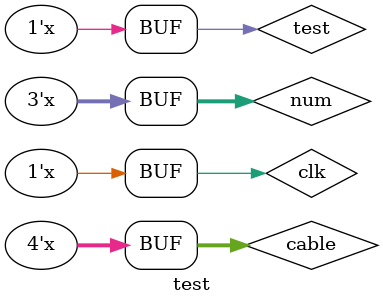
<source format=v>
module test();
	
	reg clk = 1;
	
	wire serial_out;
	
	wire serial_send;
	
	//wire [3:0] SB = 4;
	
	//wire [3:0] msg = 4'b1010;	
	
	reg test = 0;
	
	reg [2:0] num = 0;
	
	wire [3:0] cable = {test, ~test, num==4, num!=2};
	
	easySerialOut serial(
		.EN(1),	// ENANBLE
		
		.CLK(clk),	// CLK Signal
		
		.msg(cable),		// Mensaje a transmitir
		
		.SB(3), 		// Stand By, canidad de pulsos en los que no se transmite
		
		.state_send(serial_send),	// Aviso de comienzo de transmision
		
		.state_out(serial_out)		// Canal de transmision
	
	);	  
	
	
	always #5ns clk = ~clk;
		
	always #15ns test = ~test;
	always #10ns num = num+1;
	
	
endmodule
</source>
